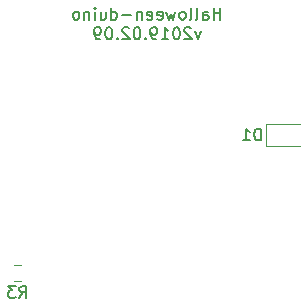
<source format=gbr>
G04 #@! TF.GenerationSoftware,KiCad,Pcbnew,(5.0.2)-1*
G04 #@! TF.CreationDate,2019-02-09T20:55:45-06:00*
G04 #@! TF.ProjectId,Halloween-Controller,48616c6c-6f77-4656-956e-2d436f6e7472,0.1*
G04 #@! TF.SameCoordinates,Original*
G04 #@! TF.FileFunction,Legend,Bot*
G04 #@! TF.FilePolarity,Positive*
%FSLAX46Y46*%
G04 Gerber Fmt 4.6, Leading zero omitted, Abs format (unit mm)*
G04 Created by KiCad (PCBNEW (5.0.2)-1) date 2/9/2019 8:55:45 PM*
%MOMM*%
%LPD*%
G01*
G04 APERTURE LIST*
%ADD10C,0.150000*%
%ADD11C,0.120000*%
G04 APERTURE END LIST*
D10*
X131182285Y-71255380D02*
X131182285Y-70255380D01*
X131182285Y-70731571D02*
X130610857Y-70731571D01*
X130610857Y-71255380D02*
X130610857Y-70255380D01*
X129706095Y-71255380D02*
X129706095Y-70731571D01*
X129753714Y-70636333D01*
X129848952Y-70588714D01*
X130039428Y-70588714D01*
X130134666Y-70636333D01*
X129706095Y-71207761D02*
X129801333Y-71255380D01*
X130039428Y-71255380D01*
X130134666Y-71207761D01*
X130182285Y-71112523D01*
X130182285Y-71017285D01*
X130134666Y-70922047D01*
X130039428Y-70874428D01*
X129801333Y-70874428D01*
X129706095Y-70826809D01*
X129087047Y-71255380D02*
X129182285Y-71207761D01*
X129229904Y-71112523D01*
X129229904Y-70255380D01*
X128563238Y-71255380D02*
X128658476Y-71207761D01*
X128706095Y-71112523D01*
X128706095Y-70255380D01*
X128039428Y-71255380D02*
X128134666Y-71207761D01*
X128182285Y-71160142D01*
X128229904Y-71064904D01*
X128229904Y-70779190D01*
X128182285Y-70683952D01*
X128134666Y-70636333D01*
X128039428Y-70588714D01*
X127896571Y-70588714D01*
X127801333Y-70636333D01*
X127753714Y-70683952D01*
X127706095Y-70779190D01*
X127706095Y-71064904D01*
X127753714Y-71160142D01*
X127801333Y-71207761D01*
X127896571Y-71255380D01*
X128039428Y-71255380D01*
X127372761Y-70588714D02*
X127182285Y-71255380D01*
X126991809Y-70779190D01*
X126801333Y-71255380D01*
X126610857Y-70588714D01*
X125848952Y-71207761D02*
X125944190Y-71255380D01*
X126134666Y-71255380D01*
X126229904Y-71207761D01*
X126277523Y-71112523D01*
X126277523Y-70731571D01*
X126229904Y-70636333D01*
X126134666Y-70588714D01*
X125944190Y-70588714D01*
X125848952Y-70636333D01*
X125801333Y-70731571D01*
X125801333Y-70826809D01*
X126277523Y-70922047D01*
X124991809Y-71207761D02*
X125087047Y-71255380D01*
X125277523Y-71255380D01*
X125372761Y-71207761D01*
X125420380Y-71112523D01*
X125420380Y-70731571D01*
X125372761Y-70636333D01*
X125277523Y-70588714D01*
X125087047Y-70588714D01*
X124991809Y-70636333D01*
X124944190Y-70731571D01*
X124944190Y-70826809D01*
X125420380Y-70922047D01*
X124515619Y-70588714D02*
X124515619Y-71255380D01*
X124515619Y-70683952D02*
X124468000Y-70636333D01*
X124372761Y-70588714D01*
X124229904Y-70588714D01*
X124134666Y-70636333D01*
X124087047Y-70731571D01*
X124087047Y-71255380D01*
X123610857Y-70874428D02*
X122848952Y-70874428D01*
X121944190Y-71255380D02*
X121944190Y-70255380D01*
X121944190Y-71207761D02*
X122039428Y-71255380D01*
X122229904Y-71255380D01*
X122325142Y-71207761D01*
X122372761Y-71160142D01*
X122420380Y-71064904D01*
X122420380Y-70779190D01*
X122372761Y-70683952D01*
X122325142Y-70636333D01*
X122229904Y-70588714D01*
X122039428Y-70588714D01*
X121944190Y-70636333D01*
X121039428Y-70588714D02*
X121039428Y-71255380D01*
X121468000Y-70588714D02*
X121468000Y-71112523D01*
X121420380Y-71207761D01*
X121325142Y-71255380D01*
X121182285Y-71255380D01*
X121087047Y-71207761D01*
X121039428Y-71160142D01*
X120563238Y-71255380D02*
X120563238Y-70588714D01*
X120563238Y-70255380D02*
X120610857Y-70303000D01*
X120563238Y-70350619D01*
X120515619Y-70303000D01*
X120563238Y-70255380D01*
X120563238Y-70350619D01*
X120087047Y-70588714D02*
X120087047Y-71255380D01*
X120087047Y-70683952D02*
X120039428Y-70636333D01*
X119944190Y-70588714D01*
X119801333Y-70588714D01*
X119706095Y-70636333D01*
X119658476Y-70731571D01*
X119658476Y-71255380D01*
X119039428Y-71255380D02*
X119134666Y-71207761D01*
X119182285Y-71160142D01*
X119229904Y-71064904D01*
X119229904Y-70779190D01*
X119182285Y-70683952D01*
X119134666Y-70636333D01*
X119039428Y-70588714D01*
X118896571Y-70588714D01*
X118801333Y-70636333D01*
X118753714Y-70683952D01*
X118706095Y-70779190D01*
X118706095Y-71064904D01*
X118753714Y-71160142D01*
X118801333Y-71207761D01*
X118896571Y-71255380D01*
X119039428Y-71255380D01*
X129491809Y-72238714D02*
X129253714Y-72905380D01*
X129015619Y-72238714D01*
X128682285Y-72000619D02*
X128634666Y-71953000D01*
X128539428Y-71905380D01*
X128301333Y-71905380D01*
X128206095Y-71953000D01*
X128158476Y-72000619D01*
X128110857Y-72095857D01*
X128110857Y-72191095D01*
X128158476Y-72333952D01*
X128729904Y-72905380D01*
X128110857Y-72905380D01*
X127491809Y-71905380D02*
X127396571Y-71905380D01*
X127301333Y-71953000D01*
X127253714Y-72000619D01*
X127206095Y-72095857D01*
X127158476Y-72286333D01*
X127158476Y-72524428D01*
X127206095Y-72714904D01*
X127253714Y-72810142D01*
X127301333Y-72857761D01*
X127396571Y-72905380D01*
X127491809Y-72905380D01*
X127587047Y-72857761D01*
X127634666Y-72810142D01*
X127682285Y-72714904D01*
X127729904Y-72524428D01*
X127729904Y-72286333D01*
X127682285Y-72095857D01*
X127634666Y-72000619D01*
X127587047Y-71953000D01*
X127491809Y-71905380D01*
X126206095Y-72905380D02*
X126777523Y-72905380D01*
X126491809Y-72905380D02*
X126491809Y-71905380D01*
X126587047Y-72048238D01*
X126682285Y-72143476D01*
X126777523Y-72191095D01*
X125729904Y-72905380D02*
X125539428Y-72905380D01*
X125444190Y-72857761D01*
X125396571Y-72810142D01*
X125301333Y-72667285D01*
X125253714Y-72476809D01*
X125253714Y-72095857D01*
X125301333Y-72000619D01*
X125348952Y-71953000D01*
X125444190Y-71905380D01*
X125634666Y-71905380D01*
X125729904Y-71953000D01*
X125777523Y-72000619D01*
X125825142Y-72095857D01*
X125825142Y-72333952D01*
X125777523Y-72429190D01*
X125729904Y-72476809D01*
X125634666Y-72524428D01*
X125444190Y-72524428D01*
X125348952Y-72476809D01*
X125301333Y-72429190D01*
X125253714Y-72333952D01*
X124825142Y-72810142D02*
X124777523Y-72857761D01*
X124825142Y-72905380D01*
X124872761Y-72857761D01*
X124825142Y-72810142D01*
X124825142Y-72905380D01*
X124158476Y-71905380D02*
X124063238Y-71905380D01*
X123968000Y-71953000D01*
X123920380Y-72000619D01*
X123872761Y-72095857D01*
X123825142Y-72286333D01*
X123825142Y-72524428D01*
X123872761Y-72714904D01*
X123920380Y-72810142D01*
X123968000Y-72857761D01*
X124063238Y-72905380D01*
X124158476Y-72905380D01*
X124253714Y-72857761D01*
X124301333Y-72810142D01*
X124348952Y-72714904D01*
X124396571Y-72524428D01*
X124396571Y-72286333D01*
X124348952Y-72095857D01*
X124301333Y-72000619D01*
X124253714Y-71953000D01*
X124158476Y-71905380D01*
X123444190Y-72000619D02*
X123396571Y-71953000D01*
X123301333Y-71905380D01*
X123063238Y-71905380D01*
X122968000Y-71953000D01*
X122920380Y-72000619D01*
X122872761Y-72095857D01*
X122872761Y-72191095D01*
X122920380Y-72333952D01*
X123491809Y-72905380D01*
X122872761Y-72905380D01*
X122444190Y-72810142D02*
X122396571Y-72857761D01*
X122444190Y-72905380D01*
X122491809Y-72857761D01*
X122444190Y-72810142D01*
X122444190Y-72905380D01*
X121777523Y-71905380D02*
X121682285Y-71905380D01*
X121587047Y-71953000D01*
X121539428Y-72000619D01*
X121491809Y-72095857D01*
X121444190Y-72286333D01*
X121444190Y-72524428D01*
X121491809Y-72714904D01*
X121539428Y-72810142D01*
X121587047Y-72857761D01*
X121682285Y-72905380D01*
X121777523Y-72905380D01*
X121872761Y-72857761D01*
X121920380Y-72810142D01*
X121968000Y-72714904D01*
X122015619Y-72524428D01*
X122015619Y-72286333D01*
X121968000Y-72095857D01*
X121920380Y-72000619D01*
X121872761Y-71953000D01*
X121777523Y-71905380D01*
X120968000Y-72905380D02*
X120777523Y-72905380D01*
X120682285Y-72857761D01*
X120634666Y-72810142D01*
X120539428Y-72667285D01*
X120491809Y-72476809D01*
X120491809Y-72095857D01*
X120539428Y-72000619D01*
X120587047Y-71953000D01*
X120682285Y-71905380D01*
X120872761Y-71905380D01*
X120968000Y-71953000D01*
X121015619Y-72000619D01*
X121063238Y-72095857D01*
X121063238Y-72333952D01*
X121015619Y-72429190D01*
X120968000Y-72476809D01*
X120872761Y-72524428D01*
X120682285Y-72524428D01*
X120587047Y-72476809D01*
X120539428Y-72429190D01*
X120491809Y-72333952D01*
D11*
G04 #@! TO.C,D1*
X137897000Y-81986000D02*
X135037000Y-81986000D01*
X135037000Y-81986000D02*
X135037000Y-80066000D01*
X135037000Y-80066000D02*
X137897000Y-80066000D01*
G04 #@! TO.C,R3*
X113738922Y-93420000D02*
X114256078Y-93420000D01*
X113738922Y-92000000D02*
X114256078Y-92000000D01*
G04 #@! TO.C,D1*
D10*
X134596095Y-81478380D02*
X134596095Y-80478380D01*
X134358000Y-80478380D01*
X134215142Y-80526000D01*
X134119904Y-80621238D01*
X134072285Y-80716476D01*
X134024666Y-80906952D01*
X134024666Y-81049809D01*
X134072285Y-81240285D01*
X134119904Y-81335523D01*
X134215142Y-81430761D01*
X134358000Y-81478380D01*
X134596095Y-81478380D01*
X133072285Y-81478380D02*
X133643714Y-81478380D01*
X133358000Y-81478380D02*
X133358000Y-80478380D01*
X133453238Y-80621238D01*
X133548476Y-80716476D01*
X133643714Y-80764095D01*
G04 #@! TO.C,R3*
X114164166Y-94812380D02*
X114497500Y-94336190D01*
X114735595Y-94812380D02*
X114735595Y-93812380D01*
X114354642Y-93812380D01*
X114259404Y-93860000D01*
X114211785Y-93907619D01*
X114164166Y-94002857D01*
X114164166Y-94145714D01*
X114211785Y-94240952D01*
X114259404Y-94288571D01*
X114354642Y-94336190D01*
X114735595Y-94336190D01*
X113830833Y-93812380D02*
X113211785Y-93812380D01*
X113545119Y-94193333D01*
X113402261Y-94193333D01*
X113307023Y-94240952D01*
X113259404Y-94288571D01*
X113211785Y-94383809D01*
X113211785Y-94621904D01*
X113259404Y-94717142D01*
X113307023Y-94764761D01*
X113402261Y-94812380D01*
X113687976Y-94812380D01*
X113783214Y-94764761D01*
X113830833Y-94717142D01*
G04 #@! TD*
M02*

</source>
